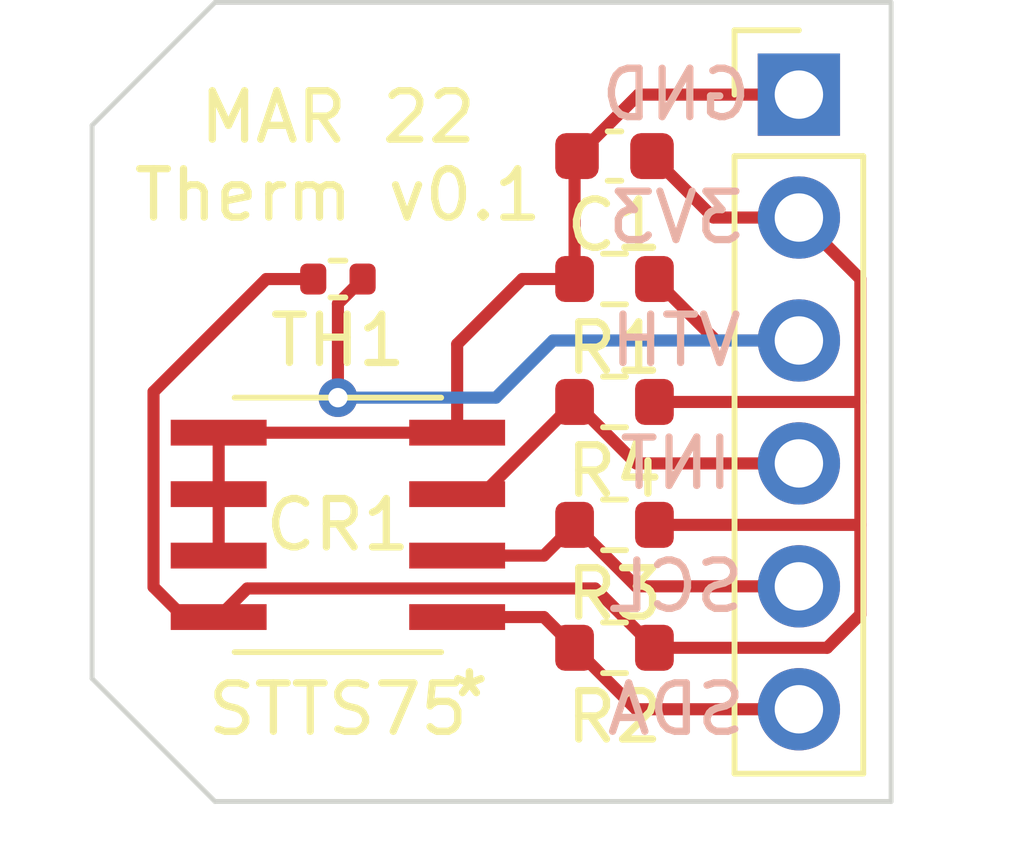
<source format=kicad_pcb>
(kicad_pcb (version 20211014) (generator pcbnew)
  (layers (0 "F.Cu" signal) (31 "B.Cu" signal) (34 "B.Paste" user) (35 "F.Paste" user) (36 "B.SilkS" user "B.Silkscreen") (37 "F.SilkS" user "F.Silkscreen") (38 "B.Mask" user) (39 "F.Mask" user) (44 "Edge.Cuts" user))
  (net 0 "")
  (net 1 "+3V3")
  (net 2 "GND")
  (net 3 "/SDA")
  (net 4 "/SCL")
  (net 5 "/INT")
  (net 6 "Net-(R1-Pad1)")
  (footprint "Resistor_SMD:R_0603_1608Metric" (layer "F.Cu") (at 111.76 53.34 180)
    (fp_text reference "R3" (at 0 -1.43) (layer "F.SilkS"))
    (fp_text value "10k")
    (fp_line (start -0.237258 0.5225) (end 0.237258 0.5225) (layer "F.SilkS") (width 0.12))
    (fp_line (start -0.237258 -0.5225) (end 0.237258 -0.5225) (layer "F.SilkS") (width 0.12))
    (pad "1" smd roundrect (at -0.825 0 180) (size 0.8 0.95) (layers "F.Cu" "F.Paste" "F.Mask") (net 1 "+3V3"))
    (pad "2" smd roundrect (at 0.825 0 180) (size 0.8 0.95) (layers "F.Cu" "F.Paste" "F.Mask") (net 4 "/SCL"))
  )
  (footprint "Capacitor_SMD:C_0603_1608Metric" (layer "F.Cu") (at 111.76 45.72 180)
    (fp_text reference "C1" (at 0 -1.43) (layer "F.SilkS"))
    (fp_text value "0.1uF")
    (fp_line (start -0.14058 -0.51) (end 0.14058 -0.51) (layer "F.SilkS") (width 0.12))
    (fp_line (start -0.14058 0.51) (end 0.14058 0.51) (layer "F.SilkS") (width 0.12))
    (pad "1" smd roundrect (at -0.775 0 180) (size 0.9 0.95) (layers "F.Cu" "F.Paste" "F.Mask") (net 1 "+3V3"))
    (pad "2" smd roundrect (at 0.775 0 180) (size 0.9 0.95) (layers "F.Cu" "F.Paste" "F.Mask") (net 2 "GND"))
  )
  (footprint "Resistor_SMD:R_0603_1608Metric" (layer "F.Cu") (at 111.76 50.8 180)
    (fp_text reference "R4" (at 0 -1.43) (layer "F.SilkS"))
    (fp_text value "10k")
    (fp_line (start -0.237258 0.5225) (end 0.237258 0.5225) (layer "F.SilkS") (width 0.12))
    (fp_line (start -0.237258 -0.5225) (end 0.237258 -0.5225) (layer "F.SilkS") (width 0.12))
    (pad "1" smd roundrect (at -0.825 0 180) (size 0.8 0.95) (layers "F.Cu" "F.Paste" "F.Mask") (net 1 "+3V3"))
    (pad "2" smd roundrect (at 0.825 0 180) (size 0.8 0.95) (layers "F.Cu" "F.Paste" "F.Mask") (net 5 "/INT"))
  )
  (footprint "Resistor_SMD:R_0603_1608Metric" (layer "F.Cu") (at 111.76 55.88 180)
    (fp_text reference "R2" (at 0 -1.43) (layer "F.SilkS"))
    (fp_text value "10k")
    (fp_line (start -0.237258 -0.5225) (end 0.237258 -0.5225) (layer "F.SilkS") (width 0.12))
    (fp_line (start -0.237258 0.5225) (end 0.237258 0.5225) (layer "F.SilkS") (width 0.12))
    (pad "1" smd roundrect (at -0.825 0 180) (size 0.8 0.95) (layers "F.Cu" "F.Paste" "F.Mask") (net 1 "+3V3"))
    (pad "2" smd roundrect (at 0.825 0 180) (size 0.8 0.95) (layers "F.Cu" "F.Paste" "F.Mask") (net 3 "/SDA"))
  )
  (footprint "Resistor_SMD:R_0402_1005Metric" (layer "F.Cu") (at 106.045 48.2606)
    (fp_text reference "TH1" (at 0 1.2694) (layer "F.SilkS"))
    (fp_text value "NTCG103JF103FT1")
    (fp_line (start -0.153641 -0.38) (end 0.153641 -0.38) (layer "F.SilkS") (width 0.12))
    (fp_line (start -0.153641 0.38) (end 0.153641 0.38) (layer "F.SilkS") (width 0.12))
    (pad "1" smd roundrect (at -0.51 0) (size 0.54 0.64) (layers "F.Cu" "F.Paste" "F.Mask") (net 1 "+3V3"))
    (pad "2" smd roundrect (at 0.51 0) (size 0.54 0.64) (layers "F.Cu" "F.Paste" "F.Mask") (net 6 "Net-(R1-Pad1)"))
  )
  (footprint "Resistor_SMD:R_0603_1608Metric" (layer "F.Cu") (at 111.76 48.26 180)
    (fp_text reference "R1" (at 0 -1.43) (layer "F.SilkS"))
    (fp_text value "10k")
    (fp_line (start -0.237258 -0.5225) (end 0.237258 -0.5225) (layer "F.SilkS") (width 0.12))
    (fp_line (start -0.237258 0.5225) (end 0.237258 0.5225) (layer "F.SilkS") (width 0.12))
    (pad "1" smd roundrect (at -0.825 0 180) (size 0.8 0.95) (layers "F.Cu" "F.Paste" "F.Mask") (net 6 "Net-(R1-Pad1)"))
    (pad "2" smd roundrect (at 0.825 0 180) (size 0.8 0.95) (layers "F.Cu" "F.Paste" "F.Mask") (net 2 "GND"))
  )
  (footprint "footprints:STTS75M2F" (layer "F.Cu") (at 106.045 53.34 180)
    (fp_text reference "CR1" (at 0 -0.0006) (layer "F.SilkS"))
    (fp_text value "STTS75" (at 0 -3.8106) (layer "F.SilkS"))
    (fp_text user "*" (at -2.7178 -3.582) (layer "F.SilkS"))
    (fp_text user "*" (at -2.7178 -3.582) (layer "F.SilkS"))
    (fp_line (start 2.1336 -2.6289) (end -2.1336 -2.6289) (layer "F.SilkS") (width 0.12))
    (fp_line (start -2.1336 2.6289) (end 2.1336 2.6289) (layer "F.SilkS") (width 0.12))
    (pad "1" smd rect locked (at -2.4638 -1.905 180) (size 1.9812 0.5334) (layers "F.Cu" "F.Paste" "F.Mask") (net 3 "/SDA"))
    (pad "2" smd rect locked (at -2.4638 -0.635 180) (size 1.9812 0.5334) (layers "F.Cu" "F.Paste" "F.Mask") (net 4 "/SCL"))
    (pad "3" smd rect locked (at -2.4638 0.635 180) (size 1.9812 0.5334) (layers "F.Cu" "F.Paste" "F.Mask") (net 5 "/INT"))
    (pad "4" smd rect locked (at -2.4638 1.905 180) (size 1.9812 0.5334) (layers "F.Cu" "F.Paste" "F.Mask") (net 2 "GND"))
    (pad "5" smd rect locked (at 2.4638 1.905 180) (size 1.9812 0.5334) (layers "F.Cu" "F.Paste" "F.Mask") (net 2 "GND"))
    (pad "6" smd rect locked (at 2.4638 0.635 180) (size 1.9812 0.5334) (layers "F.Cu" "F.Paste" "F.Mask") (net 2 "GND"))
    (pad "7" smd rect locked (at 2.4638 -0.635 180) (size 1.9812 0.5334) (layers "F.Cu" "F.Paste" "F.Mask") (net 2 "GND"))
    (pad "8" smd rect locked (at 2.4638 -1.905 180) (size 1.9812 0.5334) (layers "F.Cu" "F.Paste" "F.Mask") (net 1 "+3V3"))
  )
  (footprint "Connector_PinHeader_2.54mm:PinHeader_1x06_P2.54mm_Vertical" (layer "F.Cu") (at 115.57 44.45)
    (fp_text reference "J1" hide)
    (fp_text value "Conn_01x06")
    (fp_line (start 1.33 1.27) (end 1.33 14.03) (layer "F.SilkS") (width 0.12))
    (fp_line (start -1.33 1.27) (end -1.33 14.03) (layer "F.SilkS") (width 0.12))
    (fp_line (start -1.33 0) (end -1.33 -1.33) (layer "F.SilkS") (width 0.12))
    (fp_line (start -1.33 -1.33) (end 0 -1.33) (layer "F.SilkS") (width 0.12))
    (fp_line (start -1.33 1.27) (end 1.33 1.27) (layer "F.SilkS") (width 0.12))
    (fp_line (start -1.33 14.03) (end 1.33 14.03) (layer "F.SilkS") (width 0.12))
    (pad "1" thru_hole rect (at 0 0) (size 1.7 1.7) (drill 1) (layers *.Cu *.Mask) (net 2 "GND"))
    (pad "2" thru_hole oval (at 0 2.54) (size 1.7 1.7) (drill 1) (layers *.Cu *.Mask) (net 1 "+3V3"))
    (pad "3" thru_hole oval (at 0 5.08) (size 1.7 1.7) (drill 1) (layers *.Cu *.Mask) (net 6 "Net-(R1-Pad1)"))
    (pad "4" thru_hole oval (at 0 7.62) (size 1.7 1.7) (drill 1) (layers *.Cu *.Mask) (net 5 "/INT"))
    (pad "5" thru_hole oval (at 0 10.16) (size 1.7 1.7) (drill 1) (layers *.Cu *.Mask) (net 4 "/SCL"))
    (pad "6" thru_hole oval (at 0 12.7) (size 1.7 1.7) (drill 1) (layers *.Cu *.Mask) (net 3 "/SDA"))
  )
  (gr_line (start 117.475 42.545) (end 103.505 42.545) (layer "Edge.Cuts") (width 0.1))
  (gr_line (start 100.965 45.085) (end 100.965 56.515) (layer "Edge.Cuts") (width 0.1))
  (gr_line (start 103.505 42.545) (end 100.965 45.085) (layer "Edge.Cuts") (width 0.1))
  (gr_line (start 100.965 56.515) (end 103.505 59.055) (layer "Edge.Cuts") (width 0.1))
  (gr_line (start 103.505 59.055) (end 117.475 59.055) (layer "Edge.Cuts") (width 0.1))
  (gr_line (start 117.475 42.545) (end 117.475 59.055) (layer "Edge.Cuts") (width 0.1))
  (gr_text "GND" (at 113.03 44.45) (layer "B.SilkS") (effects (font (size 1 1)) (justify mirror)))
  (gr_text "SDA" (at 113.03 57.15) (layer "B.SilkS") (effects (font (size 1 1)) (justify mirror)))
  (gr_text "SCL" (at 113.03 54.61) (layer "B.SilkS") (effects (font (size 1 1)) (justify mirror)))
  (gr_text "INT" (at 113.03 52.07) (layer "B.SilkS") (effects (font (size 1 1)) (justify mirror)))
  (gr_text "VTH" (at 113.03 49.53) (layer "B.SilkS") (effects (font (size 1 1)) (justify mirror)))
  (gr_text "3V3" (at 113.03 46.99) (layer "B.SilkS") (effects (font (size 1 1)) (justify mirror)))
  (gr_text "MAR 22\nTherm v0.1" (at 106.045 45.7206) (layer "F.SilkS") (effects (font (size 1 1))))
  (segment (start 116.84 48.26) (end 115.57 46.99) (width 0.25) (layer "F.Cu") (net 1))
  (segment (start 116.84 53.34) (end 116.84 55.191988) (width 0.25) (layer "F.Cu") (net 1))
  (segment (start 111.358789 54.653789) (end 112.585 55.88) (width 0.25) (layer "F.Cu") (net 1))
  (segment (start 115.57 46.99) (end 113.805 46.99) (width 0.25) (layer "F.Cu") (net 1))
  (segment (start 102.8573 55.2456) (end 104.3051 55.2456) (width 0.25) (layer "F.Cu") (net 1))
  (segment (start 111.358789 54.653789) (end 104.172411 54.653789) (width 0.25) (layer "F.Cu") (net 1))
  (segment (start 116.84 53.34) (end 116.84 50.8) (width 0.25) (layer "F.Cu") (net 1))
  (segment (start 105.535 48.2606) (end 104.565141 48.2606) (width 0.25) (layer "F.Cu") (net 1))
  (segment (start 104.172411 54.653789) (end 103.5812 55.245) (width 0.25) (layer "F.Cu") (net 1))
  (segment (start 112.585 53.34) (end 116.84 53.34) (width 0.25) (layer "F.Cu") (net 1))
  (segment (start 112.585 50.8) (end 116.84 50.8) (width 0.25) (layer "F.Cu") (net 1))
  (segment (start 116.84 50.8) (end 116.84 48.26) (width 0.25) (layer "F.Cu") (net 1))
  (segment (start 102.235 50.590741) (end 102.235 54.6233) (width 0.25) (layer "F.Cu") (net 1))
  (segment (start 104.565141 48.2606) (end 102.235 50.590741) (width 0.25) (layer "F.Cu") (net 1))
  (segment (start 102.235 54.6233) (end 102.8573 55.2456) (width 0.25) (layer "F.Cu") (net 1))
  (segment (start 116.151988 55.88) (end 112.585 55.88) (width 0.25) (layer "F.Cu") (net 1))
  (segment (start 113.805 46.99) (end 112.535 45.72) (width 0.25) (layer "F.Cu") (net 1))
  (segment (start 116.84 55.191988) (end 116.151988 55.88) (width 0.25) (layer "F.Cu") (net 1))
  (segment (start 105.585141 48.2606) (end 105.535 48.2606) (width 0.25) (layer "F.Cu") (net 1))
  (segment (start 103.5812 51.4356) (end 103.5812 52.7056) (width 0.25) (layer "F.Cu") (net 2))
  (segment (start 103.5812 52.7056) (end 103.5812 53.9756) (width 0.25) (layer "F.Cu") (net 2))
  (segment (start 110.985 45.72) (end 112.255 44.45) (width 0.25) (layer "F.Cu") (net 2))
  (segment (start 108.5088 49.6062) (end 109.855 48.26) (width 0.25) (layer "F.Cu") (net 2))
  (segment (start 110.935 45.77) (end 110.985 45.72) (width 0.25) (layer "F.Cu") (net 2))
  (segment (start 108.5088 51.4356) (end 103.5812 51.4356) (width 0.25) (layer "F.Cu") (net 2))
  (segment (start 115.57 44.45) (end 112.255 44.45) (width 0.25) (layer "F.Cu") (net 2))
  (segment (start 110.935 48.26) (end 110.935 45.77) (width 0.25) (layer "F.Cu") (net 2))
  (segment (start 108.5088 51.435) (end 108.5088 49.6062) (width 0.25) (layer "F.Cu") (net 2))
  (segment (start 109.855 48.26) (end 110.935 48.26) (width 0.25) (layer "F.Cu") (net 2))
  (segment (start 115.57 57.15) (end 112.205 57.15) (width 0.25) (layer "F.Cu") (net 3))
  (segment (start 108.5088 55.245) (end 110.3 55.245) (width 0.25) (layer "F.Cu") (net 3))
  (segment (start 110.935 55.88) (end 112.205 57.15) (width 0.25) (layer "F.Cu") (net 3))
  (segment (start 110.3 55.245) (end 110.935 55.88) (width 0.25) (layer "F.Cu") (net 3))
  (segment (start 115.57 54.61) (end 112.205 54.61) (width 0.25) (layer "F.Cu") (net 4))
  (segment (start 110.3 53.975) (end 110.935 53.34) (width 0.25) (layer "F.Cu") (net 4))
  (segment (start 108.5088 53.975) (end 110.3 53.975) (width 0.25) (layer "F.Cu") (net 4))
  (segment (start 110.935 53.34) (end 112.205 54.61) (width 0.25) (layer "F.Cu") (net 4))
  (segment (start 109.03 52.705) (end 110.935 50.8) (width 0.25) (layer "F.Cu") (net 5))
  (segment (start 110.935 50.8) (end 112.205 52.07) (width 0.25) (layer "F.Cu") (net 5))
  (segment (start 108.5088 52.705) (end 109.03 52.705) (width 0.25) (layer "F.Cu") (net 5))
  (segment (start 115.57 52.07) (end 112.205 52.07) (width 0.25) (layer "F.Cu") (net 5))
  (segment (start 113.855 49.53) (end 112.585 48.26) (width 0.25) (layer "F.Cu") (net 6))
  (segment (start 106.045 48.7706) (end 106.555 48.2606) (width 0.25) (layer "F.Cu") (net 6))
  (segment (start 115.57 49.53) (end 113.855 49.53) (width 0.25) (layer "F.Cu") (net 6))
  (segment (start 106.045 50.7111) (end 106.045 48.7706) (width 0.25) (layer "F.Cu") (net 6))
  (via (at 106.045 50.7111) (size 0.8) (drill 0.4) (layers "F.Cu" "B.Cu") (net 6))
  (segment (start 110.49 49.53) (end 109.3089 50.7111) (width 0.25) (layer "B.Cu") (net 6))
  (segment (start 109.3089 50.7111) (end 106.045 50.7111) (width 0.25) (layer "B.Cu") (net 6))
  (segment (start 115.57 49.53) (end 110.49 49.53) (width 0.25) (layer "B.Cu") (net 6))
)
</source>
